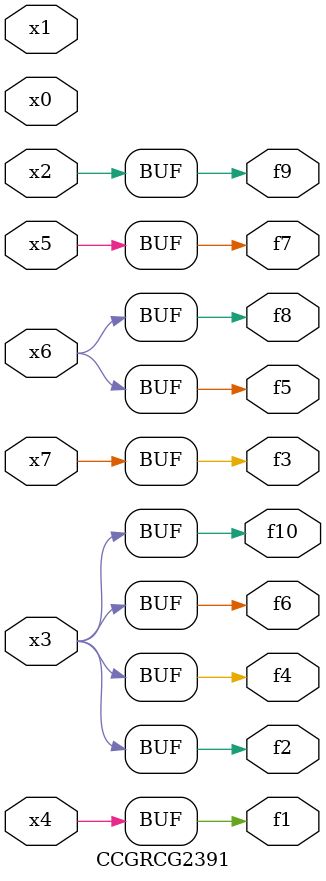
<source format=v>
module CCGRCG2391(
	input x0, x1, x2, x3, x4, x5, x6, x7,
	output f1, f2, f3, f4, f5, f6, f7, f8, f9, f10
);
	assign f1 = x4;
	assign f2 = x3;
	assign f3 = x7;
	assign f4 = x3;
	assign f5 = x6;
	assign f6 = x3;
	assign f7 = x5;
	assign f8 = x6;
	assign f9 = x2;
	assign f10 = x3;
endmodule

</source>
